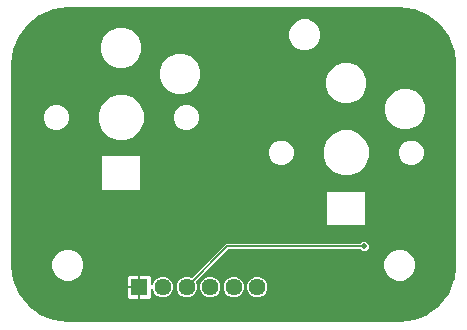
<source format=gtl>
G04 EAGLE Gerber RS-274X export*
G75*
%MOMM*%
%FSLAX34Y34*%
%LPD*%
%INTop Copper*%
%IPPOS*%
%AMOC8*
5,1,8,0,0,1.08239X$1,22.5*%
G01*
G04 Define Apertures*
%ADD10R,1.440000X1.440000*%
%ADD11C,1.440000*%
%ADD12C,0.502400*%
%ADD13C,0.200000*%
G36*
X140631Y-173241D02*
X140500Y-173250D01*
X-140500Y-173250D01*
X-140631Y-173241D01*
X-152795Y-171640D01*
X-153047Y-171572D01*
X-164383Y-166877D01*
X-164609Y-166747D01*
X-174343Y-159277D01*
X-174527Y-159093D01*
X-181997Y-149359D01*
X-182127Y-149133D01*
X-186822Y-137797D01*
X-186890Y-137545D01*
X-188491Y-125381D01*
X-188500Y-125250D01*
X-188500Y45250D01*
X-188491Y45381D01*
X-186890Y57545D01*
X-186822Y57797D01*
X-182127Y69133D01*
X-181997Y69359D01*
X-174527Y79093D01*
X-174343Y79277D01*
X-164609Y86747D01*
X-164383Y86877D01*
X-153047Y91572D01*
X-152795Y91640D01*
X-140631Y93241D01*
X-140500Y93250D01*
X140500Y93250D01*
X140631Y93241D01*
X152795Y91640D01*
X153047Y91572D01*
X164383Y86877D01*
X164609Y86747D01*
X174343Y79277D01*
X174527Y79093D01*
X181997Y69359D01*
X182127Y69133D01*
X186822Y57797D01*
X186890Y57545D01*
X188491Y45381D01*
X188500Y45250D01*
X188500Y-125250D01*
X188491Y-125381D01*
X186890Y-137545D01*
X186822Y-137797D01*
X182127Y-149133D01*
X181997Y-149359D01*
X174527Y-159093D01*
X174343Y-159277D01*
X164609Y-166747D01*
X164383Y-166877D01*
X153047Y-171572D01*
X152795Y-171640D01*
X140631Y-173241D01*
G37*
%LPC*%
G36*
X57414Y57000D02*
X62586Y57000D01*
X67364Y58979D01*
X71021Y62636D01*
X73000Y67414D01*
X73000Y72586D01*
X71021Y77364D01*
X67364Y81021D01*
X62586Y83000D01*
X57414Y83000D01*
X52636Y81021D01*
X48979Y77364D01*
X47000Y72586D01*
X47000Y67414D01*
X48979Y62636D01*
X52636Y58979D01*
X57414Y57000D01*
G37*
G36*
X-98632Y42000D02*
X-91868Y42000D01*
X-85620Y44588D01*
X-80838Y49370D01*
X-78250Y55618D01*
X-78250Y62382D01*
X-80838Y68630D01*
X-85620Y73412D01*
X-91868Y76000D01*
X-98632Y76000D01*
X-104880Y73412D01*
X-109662Y68630D01*
X-112250Y62382D01*
X-112250Y55618D01*
X-109662Y49370D01*
X-104880Y44588D01*
X-98632Y42000D01*
G37*
G36*
X-48632Y20000D02*
X-41868Y20000D01*
X-35620Y22588D01*
X-30838Y27370D01*
X-28250Y33618D01*
X-28250Y40382D01*
X-30838Y46630D01*
X-35620Y51412D01*
X-41868Y54000D01*
X-48632Y54000D01*
X-54880Y51412D01*
X-59662Y46630D01*
X-62250Y40382D01*
X-62250Y33618D01*
X-59662Y27370D01*
X-54880Y22588D01*
X-48632Y20000D01*
G37*
G36*
X91868Y12000D02*
X98632Y12000D01*
X104880Y14588D01*
X109662Y19370D01*
X112250Y25618D01*
X112250Y32382D01*
X109662Y38630D01*
X104880Y43412D01*
X98632Y46000D01*
X91868Y46000D01*
X85620Y43412D01*
X80838Y38630D01*
X78250Y32382D01*
X78250Y25618D01*
X80838Y19370D01*
X85620Y14588D01*
X91868Y12000D01*
G37*
G36*
X141868Y-10000D02*
X148632Y-10000D01*
X154880Y-7412D01*
X159662Y-2630D01*
X162250Y3618D01*
X162250Y10382D01*
X159662Y16630D01*
X154880Y21412D01*
X148632Y24000D01*
X141868Y24000D01*
X135620Y21412D01*
X130838Y16630D01*
X128250Y10382D01*
X128250Y3618D01*
X130838Y-2630D01*
X135620Y-7412D01*
X141868Y-10000D01*
G37*
G36*
X-99029Y-19000D02*
X-91471Y-19000D01*
X-84487Y-16107D01*
X-79143Y-10763D01*
X-76250Y-3779D01*
X-76250Y3779D01*
X-79143Y10763D01*
X-84487Y16107D01*
X-91471Y19000D01*
X-99029Y19000D01*
X-106013Y16107D01*
X-111357Y10763D01*
X-114250Y3779D01*
X-114250Y-3779D01*
X-111357Y-10763D01*
X-106013Y-16107D01*
X-99029Y-19000D01*
G37*
G36*
X-42339Y-10500D02*
X-38161Y-10500D01*
X-34302Y-8901D01*
X-31349Y-5948D01*
X-29750Y-2089D01*
X-29750Y2089D01*
X-31349Y5948D01*
X-34302Y8901D01*
X-38161Y10500D01*
X-42339Y10500D01*
X-46198Y8901D01*
X-49151Y5948D01*
X-50750Y2089D01*
X-50750Y-2089D01*
X-49151Y-5948D01*
X-46198Y-8901D01*
X-42339Y-10500D01*
G37*
G36*
X-152339Y-10500D02*
X-148161Y-10500D01*
X-144302Y-8901D01*
X-141349Y-5948D01*
X-139750Y-2089D01*
X-139750Y2089D01*
X-141349Y5948D01*
X-144302Y8901D01*
X-148161Y10500D01*
X-152339Y10500D01*
X-156198Y8901D01*
X-159151Y5948D01*
X-160750Y2089D01*
X-160750Y-2089D01*
X-159151Y-5948D01*
X-156198Y-8901D01*
X-152339Y-10500D01*
G37*
G36*
X91471Y-49000D02*
X99029Y-49000D01*
X106013Y-46107D01*
X111357Y-40763D01*
X114250Y-33779D01*
X114250Y-26221D01*
X111357Y-19237D01*
X106013Y-13893D01*
X99029Y-11000D01*
X91471Y-11000D01*
X84487Y-13893D01*
X79143Y-19237D01*
X76250Y-26221D01*
X76250Y-33779D01*
X79143Y-40763D01*
X84487Y-46107D01*
X91471Y-49000D01*
G37*
G36*
X148161Y-40500D02*
X152339Y-40500D01*
X156198Y-38901D01*
X159151Y-35948D01*
X160750Y-32089D01*
X160750Y-27911D01*
X159151Y-24052D01*
X156198Y-21099D01*
X152339Y-19500D01*
X148161Y-19500D01*
X144302Y-21099D01*
X141349Y-24052D01*
X139750Y-27911D01*
X139750Y-32089D01*
X141349Y-35948D01*
X144302Y-38901D01*
X148161Y-40500D01*
G37*
G36*
X38161Y-40500D02*
X42339Y-40500D01*
X46198Y-38901D01*
X49151Y-35948D01*
X50750Y-32089D01*
X50750Y-27911D01*
X49151Y-24052D01*
X46198Y-21099D01*
X42339Y-19500D01*
X38161Y-19500D01*
X34302Y-21099D01*
X31349Y-24052D01*
X29750Y-27911D01*
X29750Y-32089D01*
X31349Y-35948D01*
X34302Y-38901D01*
X38161Y-40500D01*
G37*
G36*
X-111351Y-61000D02*
X-79351Y-61000D01*
X-79351Y-33000D01*
X-111351Y-33000D01*
X-111351Y-61000D01*
G37*
G36*
X79149Y-91000D02*
X111149Y-91000D01*
X111149Y-63000D01*
X79149Y-63000D01*
X79149Y-91000D01*
G37*
G36*
X-41685Y-152070D02*
X-38315Y-152070D01*
X-35202Y-150781D01*
X-32820Y-148398D01*
X-31530Y-145285D01*
X-31530Y-141915D01*
X-32321Y-140005D01*
X-32397Y-139638D01*
X-32324Y-139247D01*
X-32105Y-138915D01*
X-4853Y-111663D01*
X-4536Y-111449D01*
X-4146Y-111370D01*
X106907Y-111370D01*
X107283Y-111443D01*
X107614Y-111663D01*
X108833Y-112882D01*
X111967Y-112882D01*
X114182Y-110667D01*
X114182Y-107533D01*
X111967Y-105318D01*
X108833Y-105318D01*
X107614Y-106537D01*
X107297Y-106751D01*
X106907Y-106830D01*
X-6440Y-106830D01*
X-35315Y-135705D01*
X-35625Y-135915D01*
X-36014Y-135997D01*
X-36405Y-135921D01*
X-38315Y-135130D01*
X-41685Y-135130D01*
X-44798Y-136420D01*
X-47181Y-138802D01*
X-48470Y-141915D01*
X-48470Y-145285D01*
X-47181Y-148398D01*
X-44798Y-150781D01*
X-41685Y-152070D01*
G37*
G36*
X137914Y-138250D02*
X143086Y-138250D01*
X147864Y-136271D01*
X151521Y-132614D01*
X153500Y-127836D01*
X153500Y-122664D01*
X151521Y-117886D01*
X147864Y-114229D01*
X143086Y-112250D01*
X137914Y-112250D01*
X133136Y-114229D01*
X129479Y-117886D01*
X127500Y-122664D01*
X127500Y-127836D01*
X129479Y-132614D01*
X133136Y-136271D01*
X137914Y-138250D01*
G37*
G36*
X-143086Y-138250D02*
X-137914Y-138250D01*
X-133136Y-136271D01*
X-129479Y-132614D01*
X-127500Y-127836D01*
X-127500Y-122664D01*
X-129479Y-117886D01*
X-133136Y-114229D01*
X-137914Y-112250D01*
X-143086Y-112250D01*
X-147864Y-114229D01*
X-151521Y-117886D01*
X-153500Y-122664D01*
X-153500Y-127836D01*
X-151521Y-132614D01*
X-147864Y-136271D01*
X-143086Y-138250D01*
G37*
G36*
X-89740Y-142838D02*
X-80762Y-142838D01*
X-80762Y-133860D01*
X-88252Y-133860D01*
X-89740Y-135348D01*
X-89740Y-142838D01*
G37*
G36*
X-79238Y-153340D02*
X-71748Y-153340D01*
X-70260Y-151852D01*
X-70260Y-145991D01*
X-70201Y-145653D01*
X-69995Y-145312D01*
X-69672Y-145079D01*
X-69284Y-144991D01*
X-68892Y-145061D01*
X-68559Y-145278D01*
X-68336Y-145608D01*
X-67181Y-148398D01*
X-64798Y-150781D01*
X-61685Y-152070D01*
X-58315Y-152070D01*
X-55202Y-150781D01*
X-52820Y-148398D01*
X-51530Y-145285D01*
X-51530Y-141915D01*
X-52820Y-138802D01*
X-55202Y-136420D01*
X-58315Y-135130D01*
X-61685Y-135130D01*
X-64798Y-136420D01*
X-67181Y-138802D01*
X-68336Y-141592D01*
X-68520Y-141882D01*
X-68841Y-142117D01*
X-69228Y-142209D01*
X-69621Y-142142D01*
X-69956Y-141928D01*
X-70181Y-141599D01*
X-70260Y-141209D01*
X-70260Y-135348D01*
X-71748Y-133860D01*
X-79238Y-133860D01*
X-79238Y-153340D01*
G37*
G36*
X18315Y-152070D02*
X21685Y-152070D01*
X24798Y-150781D01*
X27181Y-148398D01*
X28470Y-145285D01*
X28470Y-141915D01*
X27181Y-138802D01*
X24798Y-136420D01*
X21685Y-135130D01*
X18315Y-135130D01*
X15202Y-136420D01*
X12820Y-138802D01*
X11530Y-141915D01*
X11530Y-145285D01*
X12820Y-148398D01*
X15202Y-150781D01*
X18315Y-152070D01*
G37*
G36*
X-1685Y-152070D02*
X1685Y-152070D01*
X4798Y-150781D01*
X7181Y-148398D01*
X8470Y-145285D01*
X8470Y-141915D01*
X7181Y-138802D01*
X4798Y-136420D01*
X1685Y-135130D01*
X-1685Y-135130D01*
X-4798Y-136420D01*
X-7181Y-138802D01*
X-8470Y-141915D01*
X-8470Y-145285D01*
X-7181Y-148398D01*
X-4798Y-150781D01*
X-1685Y-152070D01*
G37*
G36*
X-21685Y-152070D02*
X-18315Y-152070D01*
X-15202Y-150781D01*
X-12820Y-148398D01*
X-11530Y-145285D01*
X-11530Y-141915D01*
X-12820Y-138802D01*
X-15202Y-136420D01*
X-18315Y-135130D01*
X-21685Y-135130D01*
X-24798Y-136420D01*
X-27181Y-138802D01*
X-28470Y-141915D01*
X-28470Y-145285D01*
X-27181Y-148398D01*
X-24798Y-150781D01*
X-21685Y-152070D01*
G37*
G36*
X-88252Y-153340D02*
X-80762Y-153340D01*
X-80762Y-144362D01*
X-89740Y-144362D01*
X-89740Y-151852D01*
X-88252Y-153340D01*
G37*
%LPD*%
D10*
X-80000Y-143600D03*
D11*
X-60000Y-143600D03*
X-40000Y-143600D03*
X-20000Y-143600D03*
X0Y-143600D03*
X20000Y-143600D03*
D12*
X-170700Y-123300D03*
X171300Y-149200D03*
X135200Y81200D03*
X-172200Y44100D03*
X-62100Y-17100D03*
X63400Y-15100D03*
X48600Y49300D03*
X5800Y55700D03*
X82100Y-113882D03*
X156500Y-143400D03*
X-109800Y-110200D03*
D13*
X-40000Y-143600D02*
X-5500Y-109100D01*
X110400Y-109100D01*
D12*
X110400Y-109100D03*
M02*

</source>
